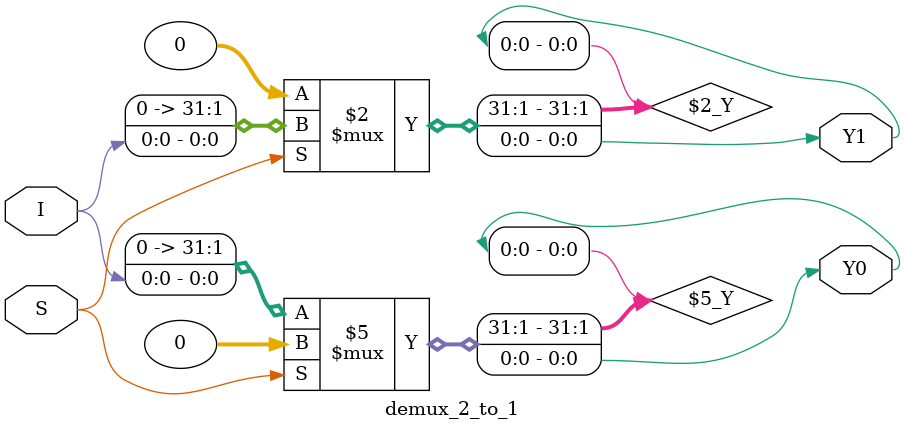
<source format=sv>

module demux_2_to_1(S, I, Y1, Y0);
    input S, I;
    output Y1, Y0;

    assign Y1 = S ? I : 0;
    assign Y0 = ~S ? I : 0;
endmodule

</source>
